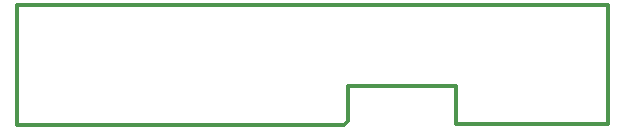
<source format=gko>
G04 Layer_Color=16711935*
%FSTAX24Y24*%
%MOIN*%
G70*
G01*
G75*
%ADD68C,0.0118*%
D68*
X029581Y02995D02*
X030119D01*
X0397Y03D02*
Y03395D01*
X02D02*
X0397D01*
X02Y02995D02*
Y03395D01*
Y02995D02*
X024875D01*
X028012D02*
X029581D01*
X03105Y0301D02*
Y03125D01*
X0309Y02995D02*
X03105Y0301D01*
X030119Y02995D02*
X0309D01*
X024875D02*
X025534D01*
X027453D02*
X028012D01*
X025534D02*
X026614D01*
X027453D01*
X0359Y03D02*
X0397D01*
X03105Y03125D02*
X03465D01*
Y03D02*
Y03125D01*
Y03D02*
X0359D01*
M02*

</source>
